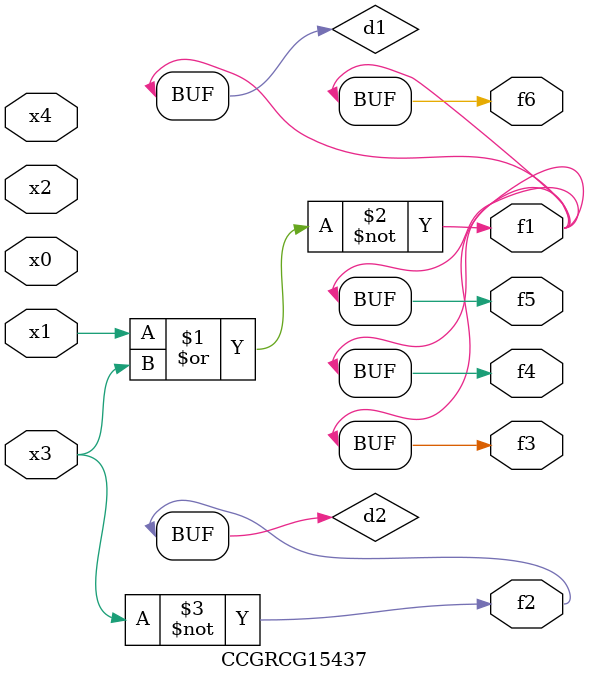
<source format=v>
module CCGRCG15437(
	input x0, x1, x2, x3, x4,
	output f1, f2, f3, f4, f5, f6
);

	wire d1, d2;

	nor (d1, x1, x3);
	not (d2, x3);
	assign f1 = d1;
	assign f2 = d2;
	assign f3 = d1;
	assign f4 = d1;
	assign f5 = d1;
	assign f6 = d1;
endmodule

</source>
